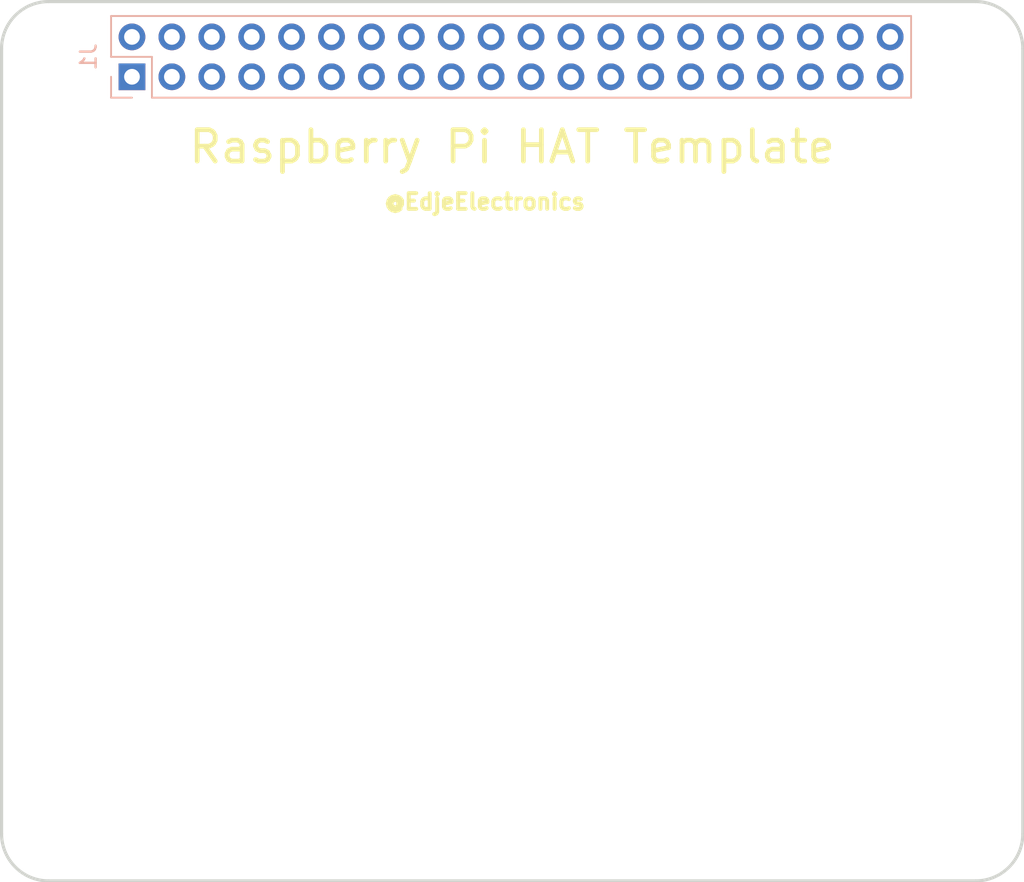
<source format=kicad_pcb>
(kicad_pcb (version 20171130) (host pcbnew 5.1.9+dfsg1-1~bpo10+1)

  (general
    (thickness 1.6)
    (drawings 16)
    (tracks 0)
    (zones 0)
    (modules 5)
    (nets 1)
  )

  (page A4)
  (layers
    (0 F.Cu signal)
    (31 B.Cu signal)
    (32 B.Adhes user)
    (33 F.Adhes user)
    (34 B.Paste user)
    (35 F.Paste user)
    (36 B.SilkS user)
    (37 F.SilkS user)
    (38 B.Mask user)
    (39 F.Mask user)
    (40 Dwgs.User user)
    (41 Cmts.User user)
    (42 Eco1.User user)
    (43 Eco2.User user)
    (44 Edge.Cuts user)
    (45 Margin user)
    (46 B.CrtYd user)
    (47 F.CrtYd user)
    (48 B.Fab user)
    (49 F.Fab user)
  )

  (setup
    (last_trace_width 0.25)
    (trace_clearance 0.2)
    (zone_clearance 0.508)
    (zone_45_only no)
    (trace_min 0.2)
    (via_size 0.8)
    (via_drill 0.4)
    (via_min_size 0.4)
    (via_min_drill 0.3)
    (uvia_size 0.3)
    (uvia_drill 0.1)
    (uvias_allowed no)
    (uvia_min_size 0.2)
    (uvia_min_drill 0.1)
    (edge_width 0.05)
    (segment_width 0.2)
    (pcb_text_width 0.3)
    (pcb_text_size 1.5 1.5)
    (mod_edge_width 0.12)
    (mod_text_size 1 1)
    (mod_text_width 0.15)
    (pad_size 1.524 1.524)
    (pad_drill 0.762)
    (pad_to_mask_clearance 0)
    (aux_axis_origin 0 0)
    (visible_elements FFFFFF7F)
    (pcbplotparams
      (layerselection 0x010fc_ffffffff)
      (usegerberextensions false)
      (usegerberattributes true)
      (usegerberadvancedattributes true)
      (creategerberjobfile true)
      (excludeedgelayer true)
      (linewidth 0.100000)
      (plotframeref false)
      (viasonmask false)
      (mode 1)
      (useauxorigin false)
      (hpglpennumber 1)
      (hpglpenspeed 20)
      (hpglpendiameter 15.000000)
      (psnegative false)
      (psa4output false)
      (plotreference true)
      (plotvalue true)
      (plotinvisibletext false)
      (padsonsilk false)
      (subtractmaskfromsilk false)
      (outputformat 1)
      (mirror false)
      (drillshape 1)
      (scaleselection 1)
      (outputdirectory ""))
  )

  (net 0 "")

  (net_class Default "This is the default net class."
    (clearance 0.2)
    (trace_width 0.25)
    (via_dia 0.8)
    (via_drill 0.4)
    (uvia_dia 0.3)
    (uvia_drill 0.1)
  )

  (module myFP:MountingHole_2.75mm_NoPad locked (layer F.Cu) (tedit 5C3A4CEB) (tstamp 6188F9F4)
    (at 173.82 103.62)
    (path /5C3A4CC1)
    (fp_text reference H6 (at 0.03 -3.69) (layer F.SilkS) hide
      (effects (font (size 1 1) (thickness 0.15)))
    )
    (fp_text value MountingHole (at 0 2.43) (layer F.Fab)
      (effects (font (size 0.1 0.1) (thickness 0.025)))
    )
    (fp_circle (center 0 0) (end 2.8 0) (layer F.CrtYd) (width 0.05))
    (fp_text user %R (at 0 0) (layer F.Fab)
      (effects (font (size 1 1) (thickness 0.15)))
    )
    (pad "" np_thru_hole circle (at 0 0) (size 2.75 2.75) (drill 2.75) (layers *.Cu *.Mask)
      (solder_mask_margin 1.375))
  )

  (module myFP:MountingHole_2.75mm_NoPad locked (layer F.Cu) (tedit 5C3A4CEB) (tstamp 6188F9EE)
    (at 173.82 54.62)
    (path /5C3A4FCD)
    (fp_text reference H2 (at 0 3.5) (layer F.SilkS) hide
      (effects (font (size 1 1) (thickness 0.15)))
    )
    (fp_text value MountingHole (at -0.01 2.34) (layer F.Fab)
      (effects (font (size 0.1 0.1) (thickness 0.025)))
    )
    (fp_circle (center 0 0) (end 2.8 0) (layer F.CrtYd) (width 0.05))
    (fp_text user %R (at 0 0) (layer F.Fab)
      (effects (font (size 1 1) (thickness 0.15)))
    )
    (pad "" np_thru_hole circle (at 0 0) (size 2.75 2.75) (drill 2.75) (layers *.Cu *.Mask)
      (solder_mask_margin 1.375))
  )

  (module myFP:MountingHole_2.75mm_NoPad locked (layer F.Cu) (tedit 5C3A4CEB) (tstamp 6188F9E8)
    (at 115.82 54.62)
    (path /5C3A5037)
    (fp_text reference H1 (at 0 3.5) (layer F.SilkS) hide
      (effects (font (size 1 1) (thickness 0.15)))
    )
    (fp_text value MountingHole (at 0 2.19) (layer F.Fab)
      (effects (font (size 0.1 0.1) (thickness 0.025)))
    )
    (fp_circle (center 0 0) (end 2.8 0) (layer F.CrtYd) (width 0.05))
    (fp_text user %R (at 0 0) (layer F.Fab)
      (effects (font (size 1 1) (thickness 0.15)))
    )
    (pad "" np_thru_hole circle (at 0 0) (size 2.75 2.75) (drill 2.75) (layers *.Cu *.Mask)
      (solder_mask_margin 1.375))
  )

  (module myFP:MountingHole_2.75mm_NoPad locked (layer F.Cu) (tedit 5C3A4CEB) (tstamp 6188F99A)
    (at 115.82 103.62)
    (path /5C3A4EA3)
    (fp_text reference H5 (at -0.01 -3.64) (layer F.SilkS) hide
      (effects (font (size 1 1) (thickness 0.15)))
    )
    (fp_text value MountingHole (at 0.01 2.52) (layer F.Fab)
      (effects (font (size 0.1 0.1) (thickness 0.025)))
    )
    (fp_circle (center 0 0) (end 2.8 0) (layer F.CrtYd) (width 0.05))
    (fp_text user %R (at 0 0) (layer F.Fab)
      (effects (font (size 1 1) (thickness 0.15)))
    )
    (pad "" np_thru_hole circle (at 0 0) (size 2.75 2.75) (drill 2.75) (layers *.Cu *.Mask)
      (solder_mask_margin 1.375))
  )

  (module Connector_PinSocket_2.54mm:PinSocket_2x20_P2.54mm_Vertical (layer B.Cu) (tedit 5A19A433) (tstamp 618B1C6A)
    (at 120.62 55.91 270)
    (descr "Through hole straight socket strip, 2x20, 2.54mm pitch, double cols (from Kicad 4.0.7), script generated")
    (tags "Through hole socket strip THT 2x20 2.54mm double row")
    (path /6188FCD7)
    (fp_text reference J1 (at -1.27 2.77 270) (layer B.SilkS)
      (effects (font (size 1 1) (thickness 0.15)) (justify mirror))
    )
    (fp_text value Raspberry_Pi_2_3 (at 1.54 -48.93) (layer B.Fab)
      (effects (font (size 0.1 0.1) (thickness 0.025)) (justify mirror))
    )
    (fp_line (start -4.34 -50) (end -4.34 1.8) (layer B.CrtYd) (width 0.05))
    (fp_line (start 1.76 -50) (end -4.34 -50) (layer B.CrtYd) (width 0.05))
    (fp_line (start 1.76 1.8) (end 1.76 -50) (layer B.CrtYd) (width 0.05))
    (fp_line (start -4.34 1.8) (end 1.76 1.8) (layer B.CrtYd) (width 0.05))
    (fp_line (start 0 1.33) (end 1.33 1.33) (layer B.SilkS) (width 0.12))
    (fp_line (start 1.33 1.33) (end 1.33 0) (layer B.SilkS) (width 0.12))
    (fp_line (start -1.27 1.33) (end -1.27 -1.27) (layer B.SilkS) (width 0.12))
    (fp_line (start -1.27 -1.27) (end 1.33 -1.27) (layer B.SilkS) (width 0.12))
    (fp_line (start 1.33 -1.27) (end 1.33 -49.59) (layer B.SilkS) (width 0.12))
    (fp_line (start -3.87 -49.59) (end 1.33 -49.59) (layer B.SilkS) (width 0.12))
    (fp_line (start -3.87 1.33) (end -3.87 -49.59) (layer B.SilkS) (width 0.12))
    (fp_line (start -3.87 1.33) (end -1.27 1.33) (layer B.SilkS) (width 0.12))
    (fp_line (start -3.81 -49.53) (end -3.81 1.27) (layer B.Fab) (width 0.1))
    (fp_line (start 1.27 -49.53) (end -3.81 -49.53) (layer B.Fab) (width 0.1))
    (fp_line (start 1.27 0.27) (end 1.27 -49.53) (layer B.Fab) (width 0.1))
    (fp_line (start 0.27 1.27) (end 1.27 0.27) (layer B.Fab) (width 0.1))
    (fp_line (start -3.81 1.27) (end 0.27 1.27) (layer B.Fab) (width 0.1))
    (fp_text user %R (at -1.27 -24.13) (layer B.Fab)
      (effects (font (size 1 1) (thickness 0.15)) (justify mirror))
    )
    (pad 1 thru_hole rect (at 0 0 270) (size 1.7 1.7) (drill 1) (layers *.Cu *.Mask))
    (pad 2 thru_hole oval (at -2.54 0 270) (size 1.7 1.7) (drill 1) (layers *.Cu *.Mask))
    (pad 3 thru_hole oval (at 0 -2.54 270) (size 1.7 1.7) (drill 1) (layers *.Cu *.Mask))
    (pad 4 thru_hole oval (at -2.54 -2.54 270) (size 1.7 1.7) (drill 1) (layers *.Cu *.Mask))
    (pad 5 thru_hole oval (at 0 -5.08 270) (size 1.7 1.7) (drill 1) (layers *.Cu *.Mask))
    (pad 6 thru_hole oval (at -2.54 -5.08 270) (size 1.7 1.7) (drill 1) (layers *.Cu *.Mask))
    (pad 7 thru_hole oval (at 0 -7.62 270) (size 1.7 1.7) (drill 1) (layers *.Cu *.Mask))
    (pad 8 thru_hole oval (at -2.54 -7.62 270) (size 1.7 1.7) (drill 1) (layers *.Cu *.Mask))
    (pad 9 thru_hole oval (at 0 -10.16 270) (size 1.7 1.7) (drill 1) (layers *.Cu *.Mask))
    (pad 10 thru_hole oval (at -2.54 -10.16 270) (size 1.7 1.7) (drill 1) (layers *.Cu *.Mask))
    (pad 11 thru_hole oval (at 0 -12.7 270) (size 1.7 1.7) (drill 1) (layers *.Cu *.Mask))
    (pad 12 thru_hole oval (at -2.54 -12.7 270) (size 1.7 1.7) (drill 1) (layers *.Cu *.Mask))
    (pad 13 thru_hole oval (at 0 -15.24 270) (size 1.7 1.7) (drill 1) (layers *.Cu *.Mask))
    (pad 14 thru_hole oval (at -2.54 -15.24 270) (size 1.7 1.7) (drill 1) (layers *.Cu *.Mask))
    (pad 15 thru_hole oval (at 0 -17.78 270) (size 1.7 1.7) (drill 1) (layers *.Cu *.Mask))
    (pad 16 thru_hole oval (at -2.54 -17.78 270) (size 1.7 1.7) (drill 1) (layers *.Cu *.Mask))
    (pad 17 thru_hole oval (at 0 -20.32 270) (size 1.7 1.7) (drill 1) (layers *.Cu *.Mask))
    (pad 18 thru_hole oval (at -2.54 -20.32 270) (size 1.7 1.7) (drill 1) (layers *.Cu *.Mask))
    (pad 19 thru_hole oval (at 0 -22.86 270) (size 1.7 1.7) (drill 1) (layers *.Cu *.Mask))
    (pad 20 thru_hole oval (at -2.54 -22.86 270) (size 1.7 1.7) (drill 1) (layers *.Cu *.Mask))
    (pad 21 thru_hole oval (at 0 -25.4 270) (size 1.7 1.7) (drill 1) (layers *.Cu *.Mask))
    (pad 22 thru_hole oval (at -2.54 -25.4 270) (size 1.7 1.7) (drill 1) (layers *.Cu *.Mask))
    (pad 23 thru_hole oval (at 0 -27.94 270) (size 1.7 1.7) (drill 1) (layers *.Cu *.Mask))
    (pad 24 thru_hole oval (at -2.54 -27.94 270) (size 1.7 1.7) (drill 1) (layers *.Cu *.Mask))
    (pad 25 thru_hole oval (at 0 -30.48 270) (size 1.7 1.7) (drill 1) (layers *.Cu *.Mask))
    (pad 26 thru_hole oval (at -2.54 -30.48 270) (size 1.7 1.7) (drill 1) (layers *.Cu *.Mask))
    (pad 27 thru_hole oval (at 0 -33.02 270) (size 1.7 1.7) (drill 1) (layers *.Cu *.Mask))
    (pad 28 thru_hole oval (at -2.54 -33.02 270) (size 1.7 1.7) (drill 1) (layers *.Cu *.Mask))
    (pad 29 thru_hole oval (at 0 -35.56 270) (size 1.7 1.7) (drill 1) (layers *.Cu *.Mask))
    (pad 30 thru_hole oval (at -2.54 -35.56 270) (size 1.7 1.7) (drill 1) (layers *.Cu *.Mask))
    (pad 31 thru_hole oval (at 0 -38.1 270) (size 1.7 1.7) (drill 1) (layers *.Cu *.Mask))
    (pad 32 thru_hole oval (at -2.54 -38.1 270) (size 1.7 1.7) (drill 1) (layers *.Cu *.Mask))
    (pad 33 thru_hole oval (at 0 -40.64 270) (size 1.7 1.7) (drill 1) (layers *.Cu *.Mask))
    (pad 34 thru_hole oval (at -2.54 -40.64 270) (size 1.7 1.7) (drill 1) (layers *.Cu *.Mask))
    (pad 35 thru_hole oval (at 0 -43.18 270) (size 1.7 1.7) (drill 1) (layers *.Cu *.Mask))
    (pad 36 thru_hole oval (at -2.54 -43.18 270) (size 1.7 1.7) (drill 1) (layers *.Cu *.Mask))
    (pad 37 thru_hole oval (at 0 -45.72 270) (size 1.7 1.7) (drill 1) (layers *.Cu *.Mask))
    (pad 38 thru_hole oval (at -2.54 -45.72 270) (size 1.7 1.7) (drill 1) (layers *.Cu *.Mask))
    (pad 39 thru_hole oval (at 0 -48.26 270) (size 1.7 1.7) (drill 1) (layers *.Cu *.Mask))
    (pad 40 thru_hole oval (at -2.54 -48.26 270) (size 1.7 1.7) (drill 1) (layers *.Cu *.Mask))
    (model ${KISYS3DMOD}/Connector_PinSocket_2.54mm.3dshapes/PinSocket_2x20_P2.54mm_Vertical.wrl
      (at (xyz 0 0 0))
      (scale (xyz 1 1 1))
      (rotate (xyz 0 0 0))
    )
  )

  (gr_line (start 118.82 57.68) (end 118.82 51.58) (layer Dwgs.User) (width 0.15))
  (gr_line (start 170.62 57.68) (end 118.82 57.68) (layer Dwgs.User) (width 0.15))
  (gr_line (start 170.62 51.57) (end 170.62 57.68) (layer Dwgs.User) (width 0.15))
  (gr_line (start 118.82 51.57) (end 170.62 51.57) (layer Dwgs.User) (width 0.15))
  (gr_line (start 177.32 54.12) (end 177.32 104.12) (layer Edge.Cuts) (width 0.2) (tstamp 6188FA08))
  (gr_text "Mounting holes H5 and H6 line up with\nmounting holes on the Pi 3" (at 146.32 103.12) (layer Eco1.User) (tstamp 6188FA07)
    (effects (font (size 1.2 1.2) (thickness 0.3)))
  )
  (gr_text "Layout based on mechanical drawings at:\nhttps://www.raspberrypi.org/documentation/hardware/raspberrypi/mechanical/README.md" (at 144.57 67.87) (layer Eco2.User) (tstamp 6188FA05)
    (effects (font (size 0.8 0.8) (thickness 0.175)))
  )
  (gr_arc (start 115.32 104.12) (end 112.32 104.12) (angle -90) (layer Edge.Cuts) (width 0.2) (tstamp 6188FA04))
  (gr_line (start 115.32 107.12) (end 174.32 107.12) (layer Edge.Cuts) (width 0.2) (tstamp 6188FA03))
  (gr_text "Raspberry Pi HAT Template" (at 144.82 60.37) (layer F.SilkS) (tstamp 6188FA02)
    (effects (font (size 2 2) (thickness 0.3)))
  )
  (gr_text @EdjeElectronics (at 143.07 63.87) (layer F.SilkS) (tstamp 6188FA01)
    (effects (font (size 1 1) (thickness 0.25)))
  )
  (gr_line (start 112.32 54.12) (end 112.32 104.12) (layer Edge.Cuts) (width 0.2) (tstamp 6188F9E1))
  (gr_arc (start 115.32 54.12) (end 115.32 51.12) (angle -90) (layer Edge.Cuts) (width 0.2) (tstamp 6188F9E0))
  (gr_arc (start 174.32 54.12) (end 177.32 54.12) (angle -90) (layer Edge.Cuts) (width 0.2) (tstamp 6188F9DF))
  (gr_line (start 174.32 51.12) (end 115.32 51.12) (layer Edge.Cuts) (width 0.2) (tstamp 6188F9A1))
  (gr_arc (start 174.32 104.12) (end 174.32 107.12) (angle -90) (layer Edge.Cuts) (width 0.2) (tstamp 6188F9A0))

)

</source>
